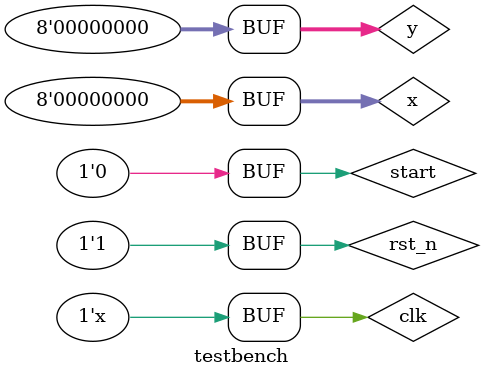
<source format=v>
`timescale 1ns / 1ps


module testbench();

reg clk;
reg rst_n;
reg [7:0] x;
reg [7:0] y;
reg start;
wire [7:0] z1;
wire [7:0] r1;
wire [7:0] z2;
wire [7:0] r2;
wire busy;

top u_top(
    .clk (clk),
    .rst_n (rst_n),
    .x (x),
    .y (y),
    .start (start),
    .z1 (z1),
    .r1 (r1),
    .z2 (z2),
    .r2 (r2),
    .busy (busy)
);

initial begin
    clk = 0;
    rst_n = 1;
    start = 0;
    x = 0;
    y = 0;
    #30 begin
        start = 1;
        x = 81;
        y = 7;
    end
    #20 begin
        start = 0;
        x = 0;
        y = 0;
    end
end

//Éú³ÉÊ±ÖÓ
always #10 clk = ~clk;

endmodule


</source>
